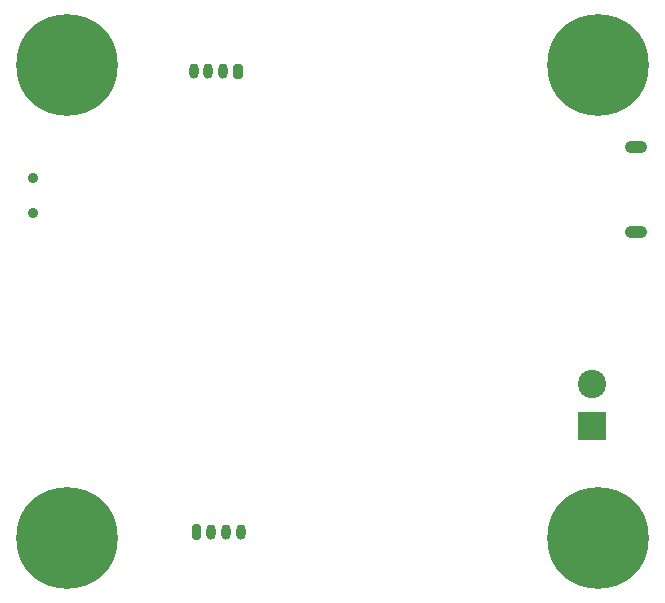
<source format=gbr>
%TF.GenerationSoftware,KiCad,Pcbnew,5.1.10-88a1d61d58~90~ubuntu20.04.1*%
%TF.CreationDate,2021-12-12T00:04:41-03:00*%
%TF.ProjectId,kicadproj,6b696361-6470-4726-9f6a-2e6b69636164,rev?*%
%TF.SameCoordinates,Original*%
%TF.FileFunction,Soldermask,Bot*%
%TF.FilePolarity,Negative*%
%FSLAX46Y46*%
G04 Gerber Fmt 4.6, Leading zero omitted, Abs format (unit mm)*
G04 Created by KiCad (PCBNEW 5.1.10-88a1d61d58~90~ubuntu20.04.1) date 2021-12-12 00:04:41*
%MOMM*%
%LPD*%
G01*
G04 APERTURE LIST*
%ADD10C,8.600000*%
%ADD11C,0.900000*%
%ADD12R,2.400000X2.400000*%
%ADD13C,2.400000*%
%ADD14O,0.800000X1.300000*%
%ADD15O,1.900000X1.050000*%
G04 APERTURE END LIST*
D10*
%TO.C,H1*%
X140500000Y-96000000D03*
D11*
X143725000Y-96000000D03*
X142780419Y-98280419D03*
X140500000Y-99225000D03*
X138219581Y-98280419D03*
X137275000Y-96000000D03*
X138219581Y-93719581D03*
X140500000Y-92775000D03*
X142780419Y-93719581D03*
%TD*%
%TO.C,H2*%
X187780419Y-93719581D03*
X185500000Y-92775000D03*
X183219581Y-93719581D03*
X182275000Y-96000000D03*
X183219581Y-98280419D03*
X185500000Y-99225000D03*
X187780419Y-98280419D03*
X188725000Y-96000000D03*
D10*
X185500000Y-96000000D03*
%TD*%
%TO.C,H3*%
X185500000Y-136000000D03*
D11*
X188725000Y-136000000D03*
X187780419Y-138280419D03*
X185500000Y-139225000D03*
X183219581Y-138280419D03*
X182275000Y-136000000D03*
X183219581Y-133719581D03*
X185500000Y-132775000D03*
X187780419Y-133719581D03*
%TD*%
%TO.C,H4*%
X142780419Y-133719581D03*
X140500000Y-132775000D03*
X138219581Y-133719581D03*
X137275000Y-136000000D03*
X138219581Y-138280419D03*
X140500000Y-139225000D03*
X142780419Y-138280419D03*
X143725000Y-136000000D03*
D10*
X140500000Y-136000000D03*
%TD*%
D12*
%TO.C,J1*%
X185000000Y-126500000D03*
D13*
X185000000Y-123000000D03*
%TD*%
D14*
%TO.C,J2*%
X151250000Y-96500000D03*
X152500000Y-96500000D03*
X153750000Y-96500000D03*
G36*
G01*
X155400000Y-96050000D02*
X155400000Y-96950000D01*
G75*
G02*
X155200000Y-97150000I-200000J0D01*
G01*
X154800000Y-97150000D01*
G75*
G02*
X154600000Y-96950000I0J200000D01*
G01*
X154600000Y-96050000D01*
G75*
G02*
X154800000Y-95850000I200000J0D01*
G01*
X155200000Y-95850000D01*
G75*
G02*
X155400000Y-96050000I0J-200000D01*
G01*
G37*
%TD*%
%TO.C,J4*%
G36*
G01*
X151100000Y-135950000D02*
X151100000Y-135050000D01*
G75*
G02*
X151300000Y-134850000I200000J0D01*
G01*
X151700000Y-134850000D01*
G75*
G02*
X151900000Y-135050000I0J-200000D01*
G01*
X151900000Y-135950000D01*
G75*
G02*
X151700000Y-136150000I-200000J0D01*
G01*
X151300000Y-136150000D01*
G75*
G02*
X151100000Y-135950000I0J200000D01*
G01*
G37*
X152750000Y-135500000D03*
X154000000Y-135500000D03*
X155250000Y-135500000D03*
%TD*%
D15*
%TO.C,J5*%
X188700000Y-102925000D03*
X188700000Y-110075000D03*
%TD*%
D11*
%TO.C,SW1*%
X137670000Y-105500000D03*
X137670000Y-108500000D03*
%TD*%
M02*

</source>
